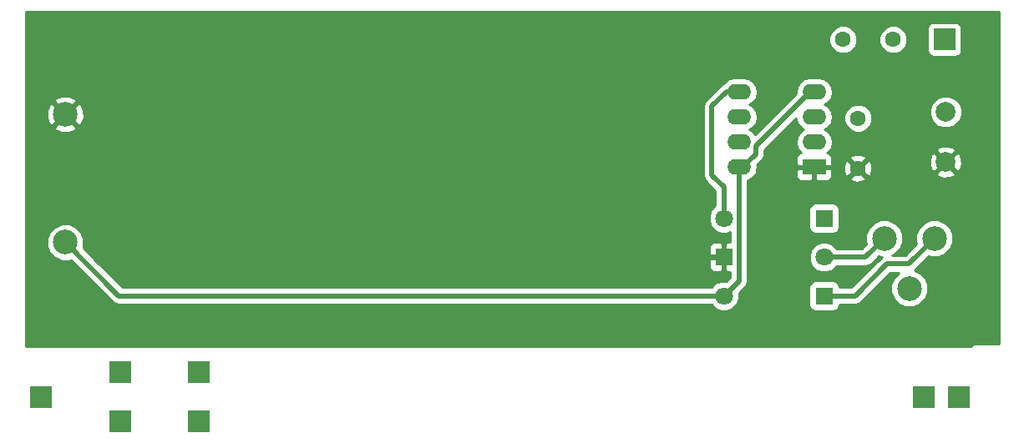
<source format=gbl>
G04 #@! TF.FileFunction,Copper,L2,Bot,Signal*
%FSLAX46Y46*%
G04 Gerber Fmt 4.6, Leading zero omitted, Abs format (unit mm)*
G04 Created by KiCad (PCBNEW 4.0.2-stable) date 2017/04/14 20:47:14*
%MOMM*%
G01*
G04 APERTURE LIST*
%ADD10C,0.100000*%
%ADD11C,2.500000*%
%ADD12C,1.600000*%
%ADD13C,1.800000*%
%ADD14R,1.800000X1.800000*%
%ADD15C,2.000000*%
%ADD16R,2.200000X2.200000*%
%ADD17R,2.400000X1.600000*%
%ADD18O,2.400000X1.600000*%
%ADD19C,0.500000*%
%ADD20C,0.254000*%
G04 APERTURE END LIST*
D10*
D11*
X121701000Y-92052000D03*
X121701000Y-105052000D03*
D12*
X202057000Y-92456000D03*
X202057000Y-97536000D03*
X200533000Y-84455000D03*
X205613000Y-84455000D03*
D13*
X188468000Y-110490000D03*
D14*
X198628000Y-110490000D03*
D13*
X198628000Y-106553000D03*
D14*
X188468000Y-106553000D03*
D13*
X188468000Y-102616000D03*
D14*
X198628000Y-102616000D03*
D11*
X207264000Y-109728000D03*
X204724000Y-104648000D03*
X209804000Y-104648000D03*
D15*
X210947000Y-91821000D03*
X210947000Y-96901000D03*
D16*
X210820000Y-84455000D03*
D17*
X197612000Y-97409000D03*
D18*
X189992000Y-89789000D03*
X197612000Y-94869000D03*
X189992000Y-92329000D03*
X197612000Y-92329000D03*
X189992000Y-94869000D03*
X197612000Y-89789000D03*
X189992000Y-97409000D03*
D16*
X208750000Y-120750000D03*
X119250000Y-120750000D03*
X212250000Y-120750000D03*
X127250000Y-118250000D03*
X127250000Y-123250000D03*
X135250000Y-118250000D03*
X135250000Y-123250000D03*
D19*
X188468000Y-106553000D02*
X136202000Y-106553000D01*
X136202000Y-106553000D02*
X121701000Y-92052000D01*
X188468000Y-110490000D02*
X127139000Y-110490000D01*
X127139000Y-110490000D02*
X121701000Y-105052000D01*
X188468000Y-110490000D02*
X189992000Y-108966000D01*
X189992000Y-108966000D02*
X189992000Y-97409000D01*
X189992000Y-97409000D02*
X190392000Y-97409000D01*
X191692000Y-96109000D02*
X191692000Y-95309000D01*
X190392000Y-97409000D02*
X191692000Y-96109000D01*
X191692000Y-95309000D02*
X197212000Y-89789000D01*
X197212000Y-89789000D02*
X197612000Y-89789000D01*
X198628000Y-110490000D02*
X201760000Y-110490000D01*
X207202000Y-107250000D02*
X209804000Y-104648000D01*
X205000000Y-107250000D02*
X207202000Y-107250000D01*
X201760000Y-110490000D02*
X205000000Y-107250000D01*
X198628000Y-106553000D02*
X202819000Y-106553000D01*
X202819000Y-106553000D02*
X204724000Y-104648000D01*
X188468000Y-102616000D02*
X188468000Y-99468000D01*
X188711000Y-89789000D02*
X189992000Y-89789000D01*
X187250000Y-91250000D02*
X188711000Y-89789000D01*
X187250000Y-98250000D02*
X187250000Y-91250000D01*
X188468000Y-99468000D02*
X187250000Y-98250000D01*
D20*
G36*
X216315000Y-115315000D02*
X214000000Y-115315000D01*
X213737862Y-115367143D01*
X213515632Y-115515632D01*
X213443891Y-115623000D01*
X117685000Y-115623000D01*
X117685000Y-105425305D01*
X119815674Y-105425305D01*
X120102043Y-106118372D01*
X120631839Y-106649093D01*
X121324405Y-106936672D01*
X122074305Y-106937326D01*
X122258598Y-106861178D01*
X126513208Y-111115787D01*
X126513210Y-111115790D01*
X126800325Y-111307633D01*
X127139000Y-111375000D01*
X187182532Y-111375000D01*
X187597357Y-111790551D01*
X188161330Y-112024733D01*
X188771991Y-112025265D01*
X189336371Y-111792068D01*
X189768551Y-111360643D01*
X190002733Y-110796670D01*
X190003247Y-110206332D01*
X190617787Y-109591792D01*
X190617790Y-109591790D01*
X190618986Y-109590000D01*
X197080560Y-109590000D01*
X197080560Y-111390000D01*
X197124838Y-111625317D01*
X197263910Y-111841441D01*
X197476110Y-111986431D01*
X197728000Y-112037440D01*
X199528000Y-112037440D01*
X199763317Y-111993162D01*
X199979441Y-111854090D01*
X200124431Y-111641890D01*
X200175440Y-111390000D01*
X200175440Y-111375000D01*
X201759995Y-111375000D01*
X201760000Y-111375001D01*
X202042484Y-111318810D01*
X202098675Y-111307633D01*
X202385790Y-111115790D01*
X202385791Y-111115789D01*
X205366579Y-108135000D01*
X206191661Y-108135000D01*
X205666907Y-108658839D01*
X205379328Y-109351405D01*
X205378674Y-110101305D01*
X205665043Y-110794372D01*
X206194839Y-111325093D01*
X206887405Y-111612672D01*
X207637305Y-111613326D01*
X208330372Y-111326957D01*
X208861093Y-110797161D01*
X209148672Y-110104595D01*
X209149326Y-109354695D01*
X208862957Y-108661628D01*
X208333161Y-108130907D01*
X207786007Y-107903708D01*
X207827790Y-107875790D01*
X207827791Y-107875789D01*
X209246165Y-106457414D01*
X209427405Y-106532672D01*
X210177305Y-106533326D01*
X210870372Y-106246957D01*
X211401093Y-105717161D01*
X211688672Y-105024595D01*
X211689326Y-104274695D01*
X211402957Y-103581628D01*
X210873161Y-103050907D01*
X210180595Y-102763328D01*
X209430695Y-102762674D01*
X208737628Y-103049043D01*
X208206907Y-103578839D01*
X207919328Y-104271405D01*
X207918674Y-105021305D01*
X207994822Y-105205598D01*
X206835420Y-106365000D01*
X205504686Y-106365000D01*
X205790372Y-106246957D01*
X206321093Y-105717161D01*
X206608672Y-105024595D01*
X206609326Y-104274695D01*
X206322957Y-103581628D01*
X205793161Y-103050907D01*
X205100595Y-102763328D01*
X204350695Y-102762674D01*
X203657628Y-103049043D01*
X203126907Y-103578839D01*
X202839328Y-104271405D01*
X202838674Y-105021305D01*
X202914822Y-105205598D01*
X202452420Y-105668000D01*
X199913468Y-105668000D01*
X199498643Y-105252449D01*
X198934670Y-105018267D01*
X198324009Y-105017735D01*
X197759629Y-105250932D01*
X197327449Y-105682357D01*
X197093267Y-106246330D01*
X197092735Y-106856991D01*
X197325932Y-107421371D01*
X197757357Y-107853551D01*
X198321330Y-108087733D01*
X198931991Y-108088265D01*
X199496371Y-107855068D01*
X199914169Y-107438000D01*
X202818995Y-107438000D01*
X202819000Y-107438001D01*
X203101484Y-107381810D01*
X203157675Y-107370633D01*
X203444790Y-107178790D01*
X204166165Y-106457415D01*
X204347405Y-106532672D01*
X204510994Y-106532815D01*
X204374210Y-106624210D01*
X204374208Y-106624213D01*
X201393420Y-109605000D01*
X200175440Y-109605000D01*
X200175440Y-109590000D01*
X200131162Y-109354683D01*
X199992090Y-109138559D01*
X199779890Y-108993569D01*
X199528000Y-108942560D01*
X197728000Y-108942560D01*
X197492683Y-108986838D01*
X197276559Y-109125910D01*
X197131569Y-109338110D01*
X197080560Y-109590000D01*
X190618986Y-109590000D01*
X190809633Y-109304675D01*
X190877000Y-108966000D01*
X190877000Y-101716000D01*
X197080560Y-101716000D01*
X197080560Y-103516000D01*
X197124838Y-103751317D01*
X197263910Y-103967441D01*
X197476110Y-104112431D01*
X197728000Y-104163440D01*
X199528000Y-104163440D01*
X199763317Y-104119162D01*
X199979441Y-103980090D01*
X200124431Y-103767890D01*
X200175440Y-103516000D01*
X200175440Y-101716000D01*
X200131162Y-101480683D01*
X199992090Y-101264559D01*
X199779890Y-101119569D01*
X199528000Y-101068560D01*
X197728000Y-101068560D01*
X197492683Y-101112838D01*
X197276559Y-101251910D01*
X197131569Y-101464110D01*
X197080560Y-101716000D01*
X190877000Y-101716000D01*
X190877000Y-98754678D01*
X190977101Y-98734767D01*
X191442648Y-98423698D01*
X191753717Y-97958151D01*
X191806110Y-97694750D01*
X195777000Y-97694750D01*
X195777000Y-98335310D01*
X195873673Y-98568699D01*
X196052302Y-98747327D01*
X196285691Y-98844000D01*
X197326250Y-98844000D01*
X197485000Y-98685250D01*
X197485000Y-97536000D01*
X197739000Y-97536000D01*
X197739000Y-98685250D01*
X197897750Y-98844000D01*
X198938309Y-98844000D01*
X199171698Y-98747327D01*
X199350327Y-98568699D01*
X199360663Y-98543745D01*
X201228861Y-98543745D01*
X201302995Y-98789864D01*
X201840223Y-98982965D01*
X202410454Y-98955778D01*
X202811005Y-98789864D01*
X202885139Y-98543745D01*
X202057000Y-97715605D01*
X201228861Y-98543745D01*
X199360663Y-98543745D01*
X199447000Y-98335310D01*
X199447000Y-97694750D01*
X199288250Y-97536000D01*
X197739000Y-97536000D01*
X197485000Y-97536000D01*
X195935750Y-97536000D01*
X195777000Y-97694750D01*
X191806110Y-97694750D01*
X191862950Y-97409000D01*
X191845093Y-97319223D01*
X200610035Y-97319223D01*
X200637222Y-97889454D01*
X200803136Y-98290005D01*
X201049255Y-98364139D01*
X201877395Y-97536000D01*
X202236605Y-97536000D01*
X203064745Y-98364139D01*
X203310864Y-98290005D01*
X203395861Y-98053532D01*
X209974073Y-98053532D01*
X210072736Y-98320387D01*
X210682461Y-98546908D01*
X211332460Y-98522856D01*
X211821264Y-98320387D01*
X211919927Y-98053532D01*
X210947000Y-97080605D01*
X209974073Y-98053532D01*
X203395861Y-98053532D01*
X203503965Y-97752777D01*
X203476778Y-97182546D01*
X203310864Y-96781995D01*
X203064745Y-96707861D01*
X202236605Y-97536000D01*
X201877395Y-97536000D01*
X201049255Y-96707861D01*
X200803136Y-96781995D01*
X200610035Y-97319223D01*
X191845093Y-97319223D01*
X191826554Y-97226025D01*
X192317787Y-96734792D01*
X192317790Y-96734790D01*
X192509633Y-96447675D01*
X192542561Y-96282136D01*
X192577001Y-96109000D01*
X192577000Y-96108995D01*
X192577000Y-95675580D01*
X195771334Y-92481246D01*
X195850283Y-92878151D01*
X196161352Y-93343698D01*
X196543438Y-93599000D01*
X196161352Y-93854302D01*
X195850283Y-94319849D01*
X195741050Y-94869000D01*
X195850283Y-95418151D01*
X196161352Y-95883698D01*
X196296498Y-95974000D01*
X196285691Y-95974000D01*
X196052302Y-96070673D01*
X195873673Y-96249301D01*
X195777000Y-96482690D01*
X195777000Y-97123250D01*
X195935750Y-97282000D01*
X197485000Y-97282000D01*
X197485000Y-97262000D01*
X197739000Y-97262000D01*
X197739000Y-97282000D01*
X199288250Y-97282000D01*
X199447000Y-97123250D01*
X199447000Y-96528255D01*
X201228861Y-96528255D01*
X202057000Y-97356395D01*
X202776933Y-96636461D01*
X209301092Y-96636461D01*
X209325144Y-97286460D01*
X209527613Y-97775264D01*
X209794468Y-97873927D01*
X210767395Y-96901000D01*
X211126605Y-96901000D01*
X212099532Y-97873927D01*
X212366387Y-97775264D01*
X212592908Y-97165539D01*
X212568856Y-96515540D01*
X212366387Y-96026736D01*
X212099532Y-95928073D01*
X211126605Y-96901000D01*
X210767395Y-96901000D01*
X209794468Y-95928073D01*
X209527613Y-96026736D01*
X209301092Y-96636461D01*
X202776933Y-96636461D01*
X202885139Y-96528255D01*
X202811005Y-96282136D01*
X202273777Y-96089035D01*
X201703546Y-96116222D01*
X201302995Y-96282136D01*
X201228861Y-96528255D01*
X199447000Y-96528255D01*
X199447000Y-96482690D01*
X199350327Y-96249301D01*
X199171698Y-96070673D01*
X198938309Y-95974000D01*
X198927502Y-95974000D01*
X199062648Y-95883698D01*
X199153005Y-95748468D01*
X209974073Y-95748468D01*
X210947000Y-96721395D01*
X211919927Y-95748468D01*
X211821264Y-95481613D01*
X211211539Y-95255092D01*
X210561540Y-95279144D01*
X210072736Y-95481613D01*
X209974073Y-95748468D01*
X199153005Y-95748468D01*
X199373717Y-95418151D01*
X199482950Y-94869000D01*
X199373717Y-94319849D01*
X199062648Y-93854302D01*
X198680562Y-93599000D01*
X199062648Y-93343698D01*
X199373717Y-92878151D01*
X199401159Y-92740187D01*
X200621752Y-92740187D01*
X200839757Y-93267800D01*
X201243077Y-93671824D01*
X201770309Y-93890750D01*
X202341187Y-93891248D01*
X202868800Y-93673243D01*
X203272824Y-93269923D01*
X203491750Y-92742691D01*
X203492248Y-92171813D01*
X203481085Y-92144795D01*
X209311716Y-92144795D01*
X209560106Y-92745943D01*
X210019637Y-93206278D01*
X210620352Y-93455716D01*
X211270795Y-93456284D01*
X211871943Y-93207894D01*
X212332278Y-92748363D01*
X212581716Y-92147648D01*
X212582284Y-91497205D01*
X212333894Y-90896057D01*
X211874363Y-90435722D01*
X211273648Y-90186284D01*
X210623205Y-90185716D01*
X210022057Y-90434106D01*
X209561722Y-90893637D01*
X209312284Y-91494352D01*
X209311716Y-92144795D01*
X203481085Y-92144795D01*
X203274243Y-91644200D01*
X202870923Y-91240176D01*
X202343691Y-91021250D01*
X201772813Y-91020752D01*
X201245200Y-91238757D01*
X200841176Y-91642077D01*
X200622250Y-92169309D01*
X200621752Y-92740187D01*
X199401159Y-92740187D01*
X199482950Y-92329000D01*
X199373717Y-91779849D01*
X199062648Y-91314302D01*
X198680562Y-91059000D01*
X199062648Y-90803698D01*
X199373717Y-90338151D01*
X199482950Y-89789000D01*
X199373717Y-89239849D01*
X199062648Y-88774302D01*
X198597101Y-88463233D01*
X198047950Y-88354000D01*
X197176050Y-88354000D01*
X196626899Y-88463233D01*
X196161352Y-88774302D01*
X195850283Y-89239849D01*
X195741050Y-89789000D01*
X195777446Y-89971975D01*
X191623882Y-94125538D01*
X191442648Y-93854302D01*
X191060562Y-93599000D01*
X191442648Y-93343698D01*
X191753717Y-92878151D01*
X191862950Y-92329000D01*
X191753717Y-91779849D01*
X191442648Y-91314302D01*
X191060562Y-91059000D01*
X191442648Y-90803698D01*
X191753717Y-90338151D01*
X191862950Y-89789000D01*
X191753717Y-89239849D01*
X191442648Y-88774302D01*
X190977101Y-88463233D01*
X190427950Y-88354000D01*
X189556050Y-88354000D01*
X189006899Y-88463233D01*
X188541352Y-88774302D01*
X188415403Y-88962798D01*
X188372325Y-88971367D01*
X188085210Y-89163210D01*
X188085208Y-89163213D01*
X186624210Y-90624210D01*
X186432367Y-90911325D01*
X186432367Y-90911326D01*
X186364999Y-91250000D01*
X186365000Y-91250005D01*
X186365000Y-98249995D01*
X186364999Y-98250000D01*
X186419275Y-98522856D01*
X186432367Y-98588675D01*
X186601773Y-98842210D01*
X186624210Y-98875790D01*
X187583000Y-99834579D01*
X187583000Y-101330532D01*
X187167449Y-101745357D01*
X186933267Y-102309330D01*
X186932735Y-102919991D01*
X187165932Y-103484371D01*
X187597357Y-103916551D01*
X188161330Y-104150733D01*
X188771991Y-104151265D01*
X189107000Y-104012842D01*
X189107000Y-105018000D01*
X188753750Y-105018000D01*
X188595000Y-105176750D01*
X188595000Y-106426000D01*
X188615000Y-106426000D01*
X188615000Y-106680000D01*
X188595000Y-106680000D01*
X188595000Y-107929250D01*
X188753750Y-108088000D01*
X189107000Y-108088000D01*
X189107000Y-108599421D01*
X188751174Y-108955247D01*
X188164009Y-108954735D01*
X187599629Y-109187932D01*
X187181831Y-109605000D01*
X127505579Y-109605000D01*
X124739330Y-106838750D01*
X186933000Y-106838750D01*
X186933000Y-107579310D01*
X187029673Y-107812699D01*
X187208302Y-107991327D01*
X187441691Y-108088000D01*
X188182250Y-108088000D01*
X188341000Y-107929250D01*
X188341000Y-106680000D01*
X187091750Y-106680000D01*
X186933000Y-106838750D01*
X124739330Y-106838750D01*
X123510415Y-105609835D01*
X123544939Y-105526690D01*
X186933000Y-105526690D01*
X186933000Y-106267250D01*
X187091750Y-106426000D01*
X188341000Y-106426000D01*
X188341000Y-105176750D01*
X188182250Y-105018000D01*
X187441691Y-105018000D01*
X187208302Y-105114673D01*
X187029673Y-105293301D01*
X186933000Y-105526690D01*
X123544939Y-105526690D01*
X123585672Y-105428595D01*
X123586326Y-104678695D01*
X123299957Y-103985628D01*
X122770161Y-103454907D01*
X122077595Y-103167328D01*
X121327695Y-103166674D01*
X120634628Y-103453043D01*
X120103907Y-103982839D01*
X119816328Y-104675405D01*
X119815674Y-105425305D01*
X117685000Y-105425305D01*
X117685000Y-93385320D01*
X120547285Y-93385320D01*
X120676533Y-93678123D01*
X121376806Y-93946388D01*
X122126435Y-93926250D01*
X122725467Y-93678123D01*
X122854715Y-93385320D01*
X121701000Y-92231605D01*
X120547285Y-93385320D01*
X117685000Y-93385320D01*
X117685000Y-91727806D01*
X119806612Y-91727806D01*
X119826750Y-92477435D01*
X120074877Y-93076467D01*
X120367680Y-93205715D01*
X121521395Y-92052000D01*
X121880605Y-92052000D01*
X123034320Y-93205715D01*
X123327123Y-93076467D01*
X123595388Y-92376194D01*
X123575250Y-91626565D01*
X123327123Y-91027533D01*
X123034320Y-90898285D01*
X121880605Y-92052000D01*
X121521395Y-92052000D01*
X120367680Y-90898285D01*
X120074877Y-91027533D01*
X119806612Y-91727806D01*
X117685000Y-91727806D01*
X117685000Y-90718680D01*
X120547285Y-90718680D01*
X121701000Y-91872395D01*
X122854715Y-90718680D01*
X122725467Y-90425877D01*
X122025194Y-90157612D01*
X121275565Y-90177750D01*
X120676533Y-90425877D01*
X120547285Y-90718680D01*
X117685000Y-90718680D01*
X117685000Y-84739187D01*
X199097752Y-84739187D01*
X199315757Y-85266800D01*
X199719077Y-85670824D01*
X200246309Y-85889750D01*
X200817187Y-85890248D01*
X201344800Y-85672243D01*
X201748824Y-85268923D01*
X201967750Y-84741691D01*
X201967752Y-84739187D01*
X204177752Y-84739187D01*
X204395757Y-85266800D01*
X204799077Y-85670824D01*
X205326309Y-85889750D01*
X205897187Y-85890248D01*
X206424800Y-85672243D01*
X206828824Y-85268923D01*
X207047750Y-84741691D01*
X207048248Y-84170813D01*
X206830243Y-83643200D01*
X206542546Y-83355000D01*
X209072560Y-83355000D01*
X209072560Y-85555000D01*
X209116838Y-85790317D01*
X209255910Y-86006441D01*
X209468110Y-86151431D01*
X209720000Y-86202440D01*
X211920000Y-86202440D01*
X212155317Y-86158162D01*
X212371441Y-86019090D01*
X212516431Y-85806890D01*
X212567440Y-85555000D01*
X212567440Y-83355000D01*
X212523162Y-83119683D01*
X212384090Y-82903559D01*
X212171890Y-82758569D01*
X211920000Y-82707560D01*
X209720000Y-82707560D01*
X209484683Y-82751838D01*
X209268559Y-82890910D01*
X209123569Y-83103110D01*
X209072560Y-83355000D01*
X206542546Y-83355000D01*
X206426923Y-83239176D01*
X205899691Y-83020250D01*
X205328813Y-83019752D01*
X204801200Y-83237757D01*
X204397176Y-83641077D01*
X204178250Y-84168309D01*
X204177752Y-84739187D01*
X201967752Y-84739187D01*
X201968248Y-84170813D01*
X201750243Y-83643200D01*
X201346923Y-83239176D01*
X200819691Y-83020250D01*
X200248813Y-83019752D01*
X199721200Y-83237757D01*
X199317176Y-83641077D01*
X199098250Y-84168309D01*
X199097752Y-84739187D01*
X117685000Y-84739187D01*
X117685000Y-81685000D01*
X216315000Y-81685000D01*
X216315000Y-115315000D01*
X216315000Y-115315000D01*
G37*
X216315000Y-115315000D02*
X214000000Y-115315000D01*
X213737862Y-115367143D01*
X213515632Y-115515632D01*
X213443891Y-115623000D01*
X117685000Y-115623000D01*
X117685000Y-105425305D01*
X119815674Y-105425305D01*
X120102043Y-106118372D01*
X120631839Y-106649093D01*
X121324405Y-106936672D01*
X122074305Y-106937326D01*
X122258598Y-106861178D01*
X126513208Y-111115787D01*
X126513210Y-111115790D01*
X126800325Y-111307633D01*
X127139000Y-111375000D01*
X187182532Y-111375000D01*
X187597357Y-111790551D01*
X188161330Y-112024733D01*
X188771991Y-112025265D01*
X189336371Y-111792068D01*
X189768551Y-111360643D01*
X190002733Y-110796670D01*
X190003247Y-110206332D01*
X190617787Y-109591792D01*
X190617790Y-109591790D01*
X190618986Y-109590000D01*
X197080560Y-109590000D01*
X197080560Y-111390000D01*
X197124838Y-111625317D01*
X197263910Y-111841441D01*
X197476110Y-111986431D01*
X197728000Y-112037440D01*
X199528000Y-112037440D01*
X199763317Y-111993162D01*
X199979441Y-111854090D01*
X200124431Y-111641890D01*
X200175440Y-111390000D01*
X200175440Y-111375000D01*
X201759995Y-111375000D01*
X201760000Y-111375001D01*
X202042484Y-111318810D01*
X202098675Y-111307633D01*
X202385790Y-111115790D01*
X202385791Y-111115789D01*
X205366579Y-108135000D01*
X206191661Y-108135000D01*
X205666907Y-108658839D01*
X205379328Y-109351405D01*
X205378674Y-110101305D01*
X205665043Y-110794372D01*
X206194839Y-111325093D01*
X206887405Y-111612672D01*
X207637305Y-111613326D01*
X208330372Y-111326957D01*
X208861093Y-110797161D01*
X209148672Y-110104595D01*
X209149326Y-109354695D01*
X208862957Y-108661628D01*
X208333161Y-108130907D01*
X207786007Y-107903708D01*
X207827790Y-107875790D01*
X207827791Y-107875789D01*
X209246165Y-106457414D01*
X209427405Y-106532672D01*
X210177305Y-106533326D01*
X210870372Y-106246957D01*
X211401093Y-105717161D01*
X211688672Y-105024595D01*
X211689326Y-104274695D01*
X211402957Y-103581628D01*
X210873161Y-103050907D01*
X210180595Y-102763328D01*
X209430695Y-102762674D01*
X208737628Y-103049043D01*
X208206907Y-103578839D01*
X207919328Y-104271405D01*
X207918674Y-105021305D01*
X207994822Y-105205598D01*
X206835420Y-106365000D01*
X205504686Y-106365000D01*
X205790372Y-106246957D01*
X206321093Y-105717161D01*
X206608672Y-105024595D01*
X206609326Y-104274695D01*
X206322957Y-103581628D01*
X205793161Y-103050907D01*
X205100595Y-102763328D01*
X204350695Y-102762674D01*
X203657628Y-103049043D01*
X203126907Y-103578839D01*
X202839328Y-104271405D01*
X202838674Y-105021305D01*
X202914822Y-105205598D01*
X202452420Y-105668000D01*
X199913468Y-105668000D01*
X199498643Y-105252449D01*
X198934670Y-105018267D01*
X198324009Y-105017735D01*
X197759629Y-105250932D01*
X197327449Y-105682357D01*
X197093267Y-106246330D01*
X197092735Y-106856991D01*
X197325932Y-107421371D01*
X197757357Y-107853551D01*
X198321330Y-108087733D01*
X198931991Y-108088265D01*
X199496371Y-107855068D01*
X199914169Y-107438000D01*
X202818995Y-107438000D01*
X202819000Y-107438001D01*
X203101484Y-107381810D01*
X203157675Y-107370633D01*
X203444790Y-107178790D01*
X204166165Y-106457415D01*
X204347405Y-106532672D01*
X204510994Y-106532815D01*
X204374210Y-106624210D01*
X204374208Y-106624213D01*
X201393420Y-109605000D01*
X200175440Y-109605000D01*
X200175440Y-109590000D01*
X200131162Y-109354683D01*
X199992090Y-109138559D01*
X199779890Y-108993569D01*
X199528000Y-108942560D01*
X197728000Y-108942560D01*
X197492683Y-108986838D01*
X197276559Y-109125910D01*
X197131569Y-109338110D01*
X197080560Y-109590000D01*
X190618986Y-109590000D01*
X190809633Y-109304675D01*
X190877000Y-108966000D01*
X190877000Y-101716000D01*
X197080560Y-101716000D01*
X197080560Y-103516000D01*
X197124838Y-103751317D01*
X197263910Y-103967441D01*
X197476110Y-104112431D01*
X197728000Y-104163440D01*
X199528000Y-104163440D01*
X199763317Y-104119162D01*
X199979441Y-103980090D01*
X200124431Y-103767890D01*
X200175440Y-103516000D01*
X200175440Y-101716000D01*
X200131162Y-101480683D01*
X199992090Y-101264559D01*
X199779890Y-101119569D01*
X199528000Y-101068560D01*
X197728000Y-101068560D01*
X197492683Y-101112838D01*
X197276559Y-101251910D01*
X197131569Y-101464110D01*
X197080560Y-101716000D01*
X190877000Y-101716000D01*
X190877000Y-98754678D01*
X190977101Y-98734767D01*
X191442648Y-98423698D01*
X191753717Y-97958151D01*
X191806110Y-97694750D01*
X195777000Y-97694750D01*
X195777000Y-98335310D01*
X195873673Y-98568699D01*
X196052302Y-98747327D01*
X196285691Y-98844000D01*
X197326250Y-98844000D01*
X197485000Y-98685250D01*
X197485000Y-97536000D01*
X197739000Y-97536000D01*
X197739000Y-98685250D01*
X197897750Y-98844000D01*
X198938309Y-98844000D01*
X199171698Y-98747327D01*
X199350327Y-98568699D01*
X199360663Y-98543745D01*
X201228861Y-98543745D01*
X201302995Y-98789864D01*
X201840223Y-98982965D01*
X202410454Y-98955778D01*
X202811005Y-98789864D01*
X202885139Y-98543745D01*
X202057000Y-97715605D01*
X201228861Y-98543745D01*
X199360663Y-98543745D01*
X199447000Y-98335310D01*
X199447000Y-97694750D01*
X199288250Y-97536000D01*
X197739000Y-97536000D01*
X197485000Y-97536000D01*
X195935750Y-97536000D01*
X195777000Y-97694750D01*
X191806110Y-97694750D01*
X191862950Y-97409000D01*
X191845093Y-97319223D01*
X200610035Y-97319223D01*
X200637222Y-97889454D01*
X200803136Y-98290005D01*
X201049255Y-98364139D01*
X201877395Y-97536000D01*
X202236605Y-97536000D01*
X203064745Y-98364139D01*
X203310864Y-98290005D01*
X203395861Y-98053532D01*
X209974073Y-98053532D01*
X210072736Y-98320387D01*
X210682461Y-98546908D01*
X211332460Y-98522856D01*
X211821264Y-98320387D01*
X211919927Y-98053532D01*
X210947000Y-97080605D01*
X209974073Y-98053532D01*
X203395861Y-98053532D01*
X203503965Y-97752777D01*
X203476778Y-97182546D01*
X203310864Y-96781995D01*
X203064745Y-96707861D01*
X202236605Y-97536000D01*
X201877395Y-97536000D01*
X201049255Y-96707861D01*
X200803136Y-96781995D01*
X200610035Y-97319223D01*
X191845093Y-97319223D01*
X191826554Y-97226025D01*
X192317787Y-96734792D01*
X192317790Y-96734790D01*
X192509633Y-96447675D01*
X192542561Y-96282136D01*
X192577001Y-96109000D01*
X192577000Y-96108995D01*
X192577000Y-95675580D01*
X195771334Y-92481246D01*
X195850283Y-92878151D01*
X196161352Y-93343698D01*
X196543438Y-93599000D01*
X196161352Y-93854302D01*
X195850283Y-94319849D01*
X195741050Y-94869000D01*
X195850283Y-95418151D01*
X196161352Y-95883698D01*
X196296498Y-95974000D01*
X196285691Y-95974000D01*
X196052302Y-96070673D01*
X195873673Y-96249301D01*
X195777000Y-96482690D01*
X195777000Y-97123250D01*
X195935750Y-97282000D01*
X197485000Y-97282000D01*
X197485000Y-97262000D01*
X197739000Y-97262000D01*
X197739000Y-97282000D01*
X199288250Y-97282000D01*
X199447000Y-97123250D01*
X199447000Y-96528255D01*
X201228861Y-96528255D01*
X202057000Y-97356395D01*
X202776933Y-96636461D01*
X209301092Y-96636461D01*
X209325144Y-97286460D01*
X209527613Y-97775264D01*
X209794468Y-97873927D01*
X210767395Y-96901000D01*
X211126605Y-96901000D01*
X212099532Y-97873927D01*
X212366387Y-97775264D01*
X212592908Y-97165539D01*
X212568856Y-96515540D01*
X212366387Y-96026736D01*
X212099532Y-95928073D01*
X211126605Y-96901000D01*
X210767395Y-96901000D01*
X209794468Y-95928073D01*
X209527613Y-96026736D01*
X209301092Y-96636461D01*
X202776933Y-96636461D01*
X202885139Y-96528255D01*
X202811005Y-96282136D01*
X202273777Y-96089035D01*
X201703546Y-96116222D01*
X201302995Y-96282136D01*
X201228861Y-96528255D01*
X199447000Y-96528255D01*
X199447000Y-96482690D01*
X199350327Y-96249301D01*
X199171698Y-96070673D01*
X198938309Y-95974000D01*
X198927502Y-95974000D01*
X199062648Y-95883698D01*
X199153005Y-95748468D01*
X209974073Y-95748468D01*
X210947000Y-96721395D01*
X211919927Y-95748468D01*
X211821264Y-95481613D01*
X211211539Y-95255092D01*
X210561540Y-95279144D01*
X210072736Y-95481613D01*
X209974073Y-95748468D01*
X199153005Y-95748468D01*
X199373717Y-95418151D01*
X199482950Y-94869000D01*
X199373717Y-94319849D01*
X199062648Y-93854302D01*
X198680562Y-93599000D01*
X199062648Y-93343698D01*
X199373717Y-92878151D01*
X199401159Y-92740187D01*
X200621752Y-92740187D01*
X200839757Y-93267800D01*
X201243077Y-93671824D01*
X201770309Y-93890750D01*
X202341187Y-93891248D01*
X202868800Y-93673243D01*
X203272824Y-93269923D01*
X203491750Y-92742691D01*
X203492248Y-92171813D01*
X203481085Y-92144795D01*
X209311716Y-92144795D01*
X209560106Y-92745943D01*
X210019637Y-93206278D01*
X210620352Y-93455716D01*
X211270795Y-93456284D01*
X211871943Y-93207894D01*
X212332278Y-92748363D01*
X212581716Y-92147648D01*
X212582284Y-91497205D01*
X212333894Y-90896057D01*
X211874363Y-90435722D01*
X211273648Y-90186284D01*
X210623205Y-90185716D01*
X210022057Y-90434106D01*
X209561722Y-90893637D01*
X209312284Y-91494352D01*
X209311716Y-92144795D01*
X203481085Y-92144795D01*
X203274243Y-91644200D01*
X202870923Y-91240176D01*
X202343691Y-91021250D01*
X201772813Y-91020752D01*
X201245200Y-91238757D01*
X200841176Y-91642077D01*
X200622250Y-92169309D01*
X200621752Y-92740187D01*
X199401159Y-92740187D01*
X199482950Y-92329000D01*
X199373717Y-91779849D01*
X199062648Y-91314302D01*
X198680562Y-91059000D01*
X199062648Y-90803698D01*
X199373717Y-90338151D01*
X199482950Y-89789000D01*
X199373717Y-89239849D01*
X199062648Y-88774302D01*
X198597101Y-88463233D01*
X198047950Y-88354000D01*
X197176050Y-88354000D01*
X196626899Y-88463233D01*
X196161352Y-88774302D01*
X195850283Y-89239849D01*
X195741050Y-89789000D01*
X195777446Y-89971975D01*
X191623882Y-94125538D01*
X191442648Y-93854302D01*
X191060562Y-93599000D01*
X191442648Y-93343698D01*
X191753717Y-92878151D01*
X191862950Y-92329000D01*
X191753717Y-91779849D01*
X191442648Y-91314302D01*
X191060562Y-91059000D01*
X191442648Y-90803698D01*
X191753717Y-90338151D01*
X191862950Y-89789000D01*
X191753717Y-89239849D01*
X191442648Y-88774302D01*
X190977101Y-88463233D01*
X190427950Y-88354000D01*
X189556050Y-88354000D01*
X189006899Y-88463233D01*
X188541352Y-88774302D01*
X188415403Y-88962798D01*
X188372325Y-88971367D01*
X188085210Y-89163210D01*
X188085208Y-89163213D01*
X186624210Y-90624210D01*
X186432367Y-90911325D01*
X186432367Y-90911326D01*
X186364999Y-91250000D01*
X186365000Y-91250005D01*
X186365000Y-98249995D01*
X186364999Y-98250000D01*
X186419275Y-98522856D01*
X186432367Y-98588675D01*
X186601773Y-98842210D01*
X186624210Y-98875790D01*
X187583000Y-99834579D01*
X187583000Y-101330532D01*
X187167449Y-101745357D01*
X186933267Y-102309330D01*
X186932735Y-102919991D01*
X187165932Y-103484371D01*
X187597357Y-103916551D01*
X188161330Y-104150733D01*
X188771991Y-104151265D01*
X189107000Y-104012842D01*
X189107000Y-105018000D01*
X188753750Y-105018000D01*
X188595000Y-105176750D01*
X188595000Y-106426000D01*
X188615000Y-106426000D01*
X188615000Y-106680000D01*
X188595000Y-106680000D01*
X188595000Y-107929250D01*
X188753750Y-108088000D01*
X189107000Y-108088000D01*
X189107000Y-108599421D01*
X188751174Y-108955247D01*
X188164009Y-108954735D01*
X187599629Y-109187932D01*
X187181831Y-109605000D01*
X127505579Y-109605000D01*
X124739330Y-106838750D01*
X186933000Y-106838750D01*
X186933000Y-107579310D01*
X187029673Y-107812699D01*
X187208302Y-107991327D01*
X187441691Y-108088000D01*
X188182250Y-108088000D01*
X188341000Y-107929250D01*
X188341000Y-106680000D01*
X187091750Y-106680000D01*
X186933000Y-106838750D01*
X124739330Y-106838750D01*
X123510415Y-105609835D01*
X123544939Y-105526690D01*
X186933000Y-105526690D01*
X186933000Y-106267250D01*
X187091750Y-106426000D01*
X188341000Y-106426000D01*
X188341000Y-105176750D01*
X188182250Y-105018000D01*
X187441691Y-105018000D01*
X187208302Y-105114673D01*
X187029673Y-105293301D01*
X186933000Y-105526690D01*
X123544939Y-105526690D01*
X123585672Y-105428595D01*
X123586326Y-104678695D01*
X123299957Y-103985628D01*
X122770161Y-103454907D01*
X122077595Y-103167328D01*
X121327695Y-103166674D01*
X120634628Y-103453043D01*
X120103907Y-103982839D01*
X119816328Y-104675405D01*
X119815674Y-105425305D01*
X117685000Y-105425305D01*
X117685000Y-93385320D01*
X120547285Y-93385320D01*
X120676533Y-93678123D01*
X121376806Y-93946388D01*
X122126435Y-93926250D01*
X122725467Y-93678123D01*
X122854715Y-93385320D01*
X121701000Y-92231605D01*
X120547285Y-93385320D01*
X117685000Y-93385320D01*
X117685000Y-91727806D01*
X119806612Y-91727806D01*
X119826750Y-92477435D01*
X120074877Y-93076467D01*
X120367680Y-93205715D01*
X121521395Y-92052000D01*
X121880605Y-92052000D01*
X123034320Y-93205715D01*
X123327123Y-93076467D01*
X123595388Y-92376194D01*
X123575250Y-91626565D01*
X123327123Y-91027533D01*
X123034320Y-90898285D01*
X121880605Y-92052000D01*
X121521395Y-92052000D01*
X120367680Y-90898285D01*
X120074877Y-91027533D01*
X119806612Y-91727806D01*
X117685000Y-91727806D01*
X117685000Y-90718680D01*
X120547285Y-90718680D01*
X121701000Y-91872395D01*
X122854715Y-90718680D01*
X122725467Y-90425877D01*
X122025194Y-90157612D01*
X121275565Y-90177750D01*
X120676533Y-90425877D01*
X120547285Y-90718680D01*
X117685000Y-90718680D01*
X117685000Y-84739187D01*
X199097752Y-84739187D01*
X199315757Y-85266800D01*
X199719077Y-85670824D01*
X200246309Y-85889750D01*
X200817187Y-85890248D01*
X201344800Y-85672243D01*
X201748824Y-85268923D01*
X201967750Y-84741691D01*
X201967752Y-84739187D01*
X204177752Y-84739187D01*
X204395757Y-85266800D01*
X204799077Y-85670824D01*
X205326309Y-85889750D01*
X205897187Y-85890248D01*
X206424800Y-85672243D01*
X206828824Y-85268923D01*
X207047750Y-84741691D01*
X207048248Y-84170813D01*
X206830243Y-83643200D01*
X206542546Y-83355000D01*
X209072560Y-83355000D01*
X209072560Y-85555000D01*
X209116838Y-85790317D01*
X209255910Y-86006441D01*
X209468110Y-86151431D01*
X209720000Y-86202440D01*
X211920000Y-86202440D01*
X212155317Y-86158162D01*
X212371441Y-86019090D01*
X212516431Y-85806890D01*
X212567440Y-85555000D01*
X212567440Y-83355000D01*
X212523162Y-83119683D01*
X212384090Y-82903559D01*
X212171890Y-82758569D01*
X211920000Y-82707560D01*
X209720000Y-82707560D01*
X209484683Y-82751838D01*
X209268559Y-82890910D01*
X209123569Y-83103110D01*
X209072560Y-83355000D01*
X206542546Y-83355000D01*
X206426923Y-83239176D01*
X205899691Y-83020250D01*
X205328813Y-83019752D01*
X204801200Y-83237757D01*
X204397176Y-83641077D01*
X204178250Y-84168309D01*
X204177752Y-84739187D01*
X201967752Y-84739187D01*
X201968248Y-84170813D01*
X201750243Y-83643200D01*
X201346923Y-83239176D01*
X200819691Y-83020250D01*
X200248813Y-83019752D01*
X199721200Y-83237757D01*
X199317176Y-83641077D01*
X199098250Y-84168309D01*
X199097752Y-84739187D01*
X117685000Y-84739187D01*
X117685000Y-81685000D01*
X216315000Y-81685000D01*
X216315000Y-115315000D01*
M02*

</source>
